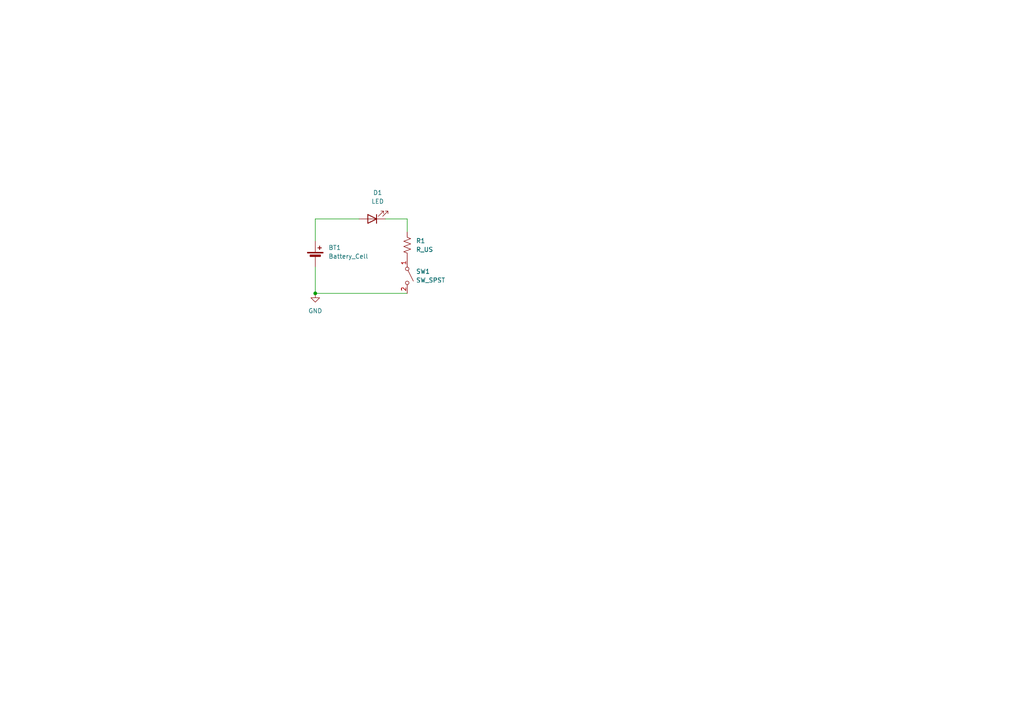
<source format=kicad_sch>
(kicad_sch (version 20231120) (generator "eeschema") (generator_version "8.0")
  (paper "A4")
  (lib_symbols
    (symbol "Device:Battery_Cell" (pin_numbers hide) (pin_names (offset 0) hide)
      (property "Reference" "BT" (at 2.54 2.54 0))
      (property "Value" "Battery_Cell" (at 2.54 0 0))
      (symbol "Battery_Cell_0_1"
        (rectangle (start -2.286 1.778) (end 2.286 1.524) (fill (type outline)))
        (rectangle (start -1.524 1.016) (end 1.524 0.508) (fill (type outline)))
        (polyline (pts (xy 0 0.762) (xy 0 0)))
        (polyline (pts (xy 0 1.778) (xy 0 2.54)))
        (polyline (pts (xy 0.762 3.048) (xy 1.778 3.048)) (stroke (width 0.254)))
        (polyline (pts (xy 1.27 3.556) (xy 1.27 2.54)) (stroke (width 0.254)))
      )
      (symbol "Battery_Cell_1_1"
        (pin passive line (at 0 5.08 270) (length 2.54) (name "+") (number "1"))
        (pin passive line (at 0 -2.54 90) (length 2.54) (name "-") (number "2"))
      )
    )
    (symbol "Device:LED" (pin_numbers hide) (pin_names (offset 1.016) hide)
      (property "Reference" "D" (at 0 2.54 0))
      (property "Value" "LED" (at 0 -2.54 0))
      (symbol "LED_0_1"
        (polyline (pts (xy -1.27 -1.27) (xy -1.27 1.27)) (stroke (width 0.254)))
        (polyline (pts (xy -1.27 0) (xy 1.27 0)))
        (polyline (pts (xy 1.27 -1.27) (xy 1.27 1.27) (xy -1.27 0) (xy 1.27 -1.27)) (stroke (width 0.254)))
        (polyline (pts (xy -3.048 -0.762) (xy -4.572 -2.286) (xy -3.81 -2.286) (xy -4.572 -2.286) (xy -4.572 -1.524)))
        (polyline (pts (xy -1.778 -0.762) (xy -3.302 -2.286) (xy -2.54 -2.286) (xy -3.302 -2.286) (xy -3.302 -1.524)))
      )
      (symbol "LED_1_1"
        (pin passive line (at -3.81 0 0) (length 2.54) (name "K") (number "1"))
        (pin passive line (at 3.81 0 180) (length 2.54) (name "A") (number "2"))
      )
    )
    (symbol "Device:R_US" (pin_numbers hide) (pin_names (offset 0))
      (property "Reference" "R" (at 2.54 0 90))
      (property "Value" "R_US" (at -2.54 0 90))
      (symbol "R_US_0_1"
        (polyline (pts (xy 0 -2.286) (xy 0 -2.54)))
        (polyline (pts (xy 0 2.286) (xy 0 2.54)))
        (polyline (pts (xy 0 -0.762) (xy 1.016 -1.143) (xy 0 -1.524) (xy -1.016 -1.905) (xy 0 -2.286)))
        (polyline (pts (xy 0 0.762) (xy 1.016 0.381) (xy 0 0) (xy -1.016 -0.381) (xy 0 -0.762)))
        (polyline (pts (xy 0 2.286) (xy 1.016 1.905) (xy 0 1.524) (xy -1.016 1.143) (xy 0 0.762)))
      )
      (symbol "R_US_1_1"
        (pin passive line (at 0 3.81 270) (length 1.27) (name "~") (number "1"))
        (pin passive line (at 0 -3.81 90) (length 1.27) (name "~") (number "2"))
      )
    )
    (symbol "Switch:SW_SPST" (pin_names (offset 0) hide)
      (property "Reference" "SW" (at 0 3.175 0))
      (property "Value" "SW_SPST" (at 0 -2.54 0))
      (symbol "SW_SPST_0_0"
        (circle (center -2.032 0) (radius 0.508))
        (polyline (pts (xy -1.524 0.254) (xy 1.524 1.778)))
        (circle (center 2.032 0) (radius 0.508))
      )
      (symbol "SW_SPST_1_1"
        (pin passive line (at -5.08 0 0) (length 2.54) (name "A") (number "1"))
        (pin passive line (at 5.08 0 180) (length 2.54) (name "B") (number "2"))
      )
    )
    (symbol "power:GND" (power) (pin_numbers hide) (pin_names (offset 0) hide)
      (property "Value" "GND" (at 0 -3.81 0))
      (symbol "GND_0_1"
        (polyline (pts (xy 0 0) (xy 0 -1.27) (xy 1.27 -1.27) (xy 0 -2.54) (xy -1.27 -1.27) (xy 0 -1.27)))
      )
      (symbol "GND_1_1"
        (pin power_in line (at 0 0 270) (length 0) (name "~") (number "1"))
      )
    )
  )
  (junction (at 91.44 85.09))
  (wire (pts (xy 91.44 85.09) (xy 91.44 77.47)))
  (wire (pts (xy 111.76 63.5) (xy 118.11 63.5)))
  (wire (pts (xy 118.11 63.5) (xy 118.11 67.31)))
  (wire (pts (xy 91.44 69.85) (xy 91.44 63.5)))
  (wire (pts (xy 91.44 63.5) (xy 104.14 63.5)))
  (wire (pts (xy 118.11 85.09) (xy 91.44 85.09)))
  (symbol (lib_id "Device:LED") (at 107.95 63.5 180) (unit 1)
    (property "Reference" "D1" (at 109.5375 55.88 0))
    (property "Value" "LED" (at 109.5375 58.42 0))
    (property "Footprint" "LED_SMD:LED_2512_6332Metric" (effects (hide yes)))
    (property "Description" "Light emitting diode" (effects (hide yes)))
  )
  (symbol (lib_id "Device:R_US") (at 118.11 71.12 0) (unit 1)
    (property "Reference" "R1" (at 120.65 69.8499 0) (effects (justify left)))
    (property "Value" "R_US" (at 120.65 72.3899 0) (effects (justify left)))
    (property "Footprint" "Resistor_SMD:R_2512_6332Metric" (effects (hide yes)))
    (property "Description" "Resistor, US symbol" (effects (hide yes)))
  )
  (symbol (lib_id "Switch:SW_SPST") (at 118.11 80.01 270) (unit 1)
    (property "Reference" "SW1" (at 120.65 78.7399 90) (effects (justify left)))
    (property "Value" "SW_SPST" (at 120.65 81.2799 90) (effects (justify left)))
    (property "Footprint" "Button_Switch_THT:SW_PUSH_6mm" (effects (hide yes)))
    (property "Description" "Single Pole Single Throw (SPST) switch" (effects (hide yes)))
  )
  (symbol (lib_id "power:GND") (at 91.44 85.09 0) (unit 1)
    (property "Reference" "#PWR01" (effects (hide yes)))
    (property "Value" "GND" (at 91.44 90.17 0))
    (property "Description" "Power symbol creates a global label with name \"GND\" , ground" (effects (hide yes)))
  )
  (symbol (lib_id "Device:Battery_Cell") (at 91.44 74.93 0) (unit 1)
    (property "Reference" "BT1" (at 95.25 71.8184 0) (effects (justify left)))
    (property "Value" "Battery_Cell" (at 95.25 74.3584 0) (effects (justify left)))
    (property "Footprint" "Battery:BatteryHolder_Keystone_103_1x20mm" (effects (hide yes)))
    (property "Description" "Single-cell battery" (effects (hide yes)))
  )
)
</source>
